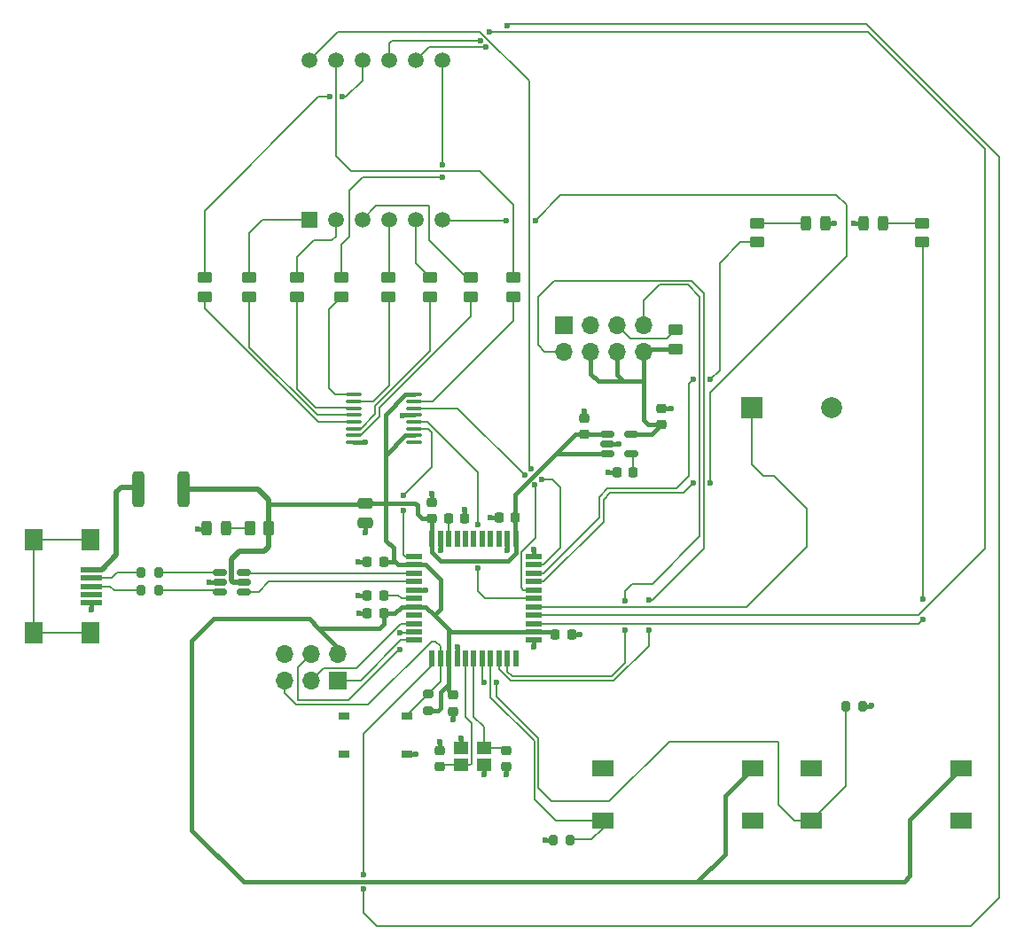
<source format=gbr>
%TF.GenerationSoftware,KiCad,Pcbnew,7.0.1*%
%TF.CreationDate,2023-04-20T18:42:27-06:00*%
%TF.ProjectId,Phase_B_Prototype,50686173-655f-4425-9f50-726f746f7479,rev?*%
%TF.SameCoordinates,Original*%
%TF.FileFunction,Copper,L1,Top*%
%TF.FilePolarity,Positive*%
%FSLAX46Y46*%
G04 Gerber Fmt 4.6, Leading zero omitted, Abs format (unit mm)*
G04 Created by KiCad (PCBNEW 7.0.1) date 2023-04-20 18:42:27*
%MOMM*%
%LPD*%
G01*
G04 APERTURE LIST*
G04 Aperture macros list*
%AMRoundRect*
0 Rectangle with rounded corners*
0 $1 Rounding radius*
0 $2 $3 $4 $5 $6 $7 $8 $9 X,Y pos of 4 corners*
0 Add a 4 corners polygon primitive as box body*
4,1,4,$2,$3,$4,$5,$6,$7,$8,$9,$2,$3,0*
0 Add four circle primitives for the rounded corners*
1,1,$1+$1,$2,$3*
1,1,$1+$1,$4,$5*
1,1,$1+$1,$6,$7*
1,1,$1+$1,$8,$9*
0 Add four rect primitives between the rounded corners*
20,1,$1+$1,$2,$3,$4,$5,0*
20,1,$1+$1,$4,$5,$6,$7,0*
20,1,$1+$1,$6,$7,$8,$9,0*
20,1,$1+$1,$8,$9,$2,$3,0*%
G04 Aperture macros list end*
%TA.AperFunction,ComponentPad*%
%ADD10R,1.500000X1.500000*%
%TD*%
%TA.AperFunction,ComponentPad*%
%ADD11C,1.500000*%
%TD*%
%TA.AperFunction,SMDPad,CuDef*%
%ADD12RoundRect,0.250000X-0.450000X0.262500X-0.450000X-0.262500X0.450000X-0.262500X0.450000X0.262500X0*%
%TD*%
%TA.AperFunction,SMDPad,CuDef*%
%ADD13R,1.000000X0.700000*%
%TD*%
%TA.AperFunction,SMDPad,CuDef*%
%ADD14RoundRect,0.250000X0.450000X-0.262500X0.450000X0.262500X-0.450000X0.262500X-0.450000X-0.262500X0*%
%TD*%
%TA.AperFunction,SMDPad,CuDef*%
%ADD15RoundRect,0.225000X-0.250000X0.225000X-0.250000X-0.225000X0.250000X-0.225000X0.250000X0.225000X0*%
%TD*%
%TA.AperFunction,SMDPad,CuDef*%
%ADD16R,1.400000X1.200000*%
%TD*%
%TA.AperFunction,SMDPad,CuDef*%
%ADD17RoundRect,0.250000X0.262500X0.450000X-0.262500X0.450000X-0.262500X-0.450000X0.262500X-0.450000X0*%
%TD*%
%TA.AperFunction,SMDPad,CuDef*%
%ADD18RoundRect,0.250000X-0.312500X-1.450000X0.312500X-1.450000X0.312500X1.450000X-0.312500X1.450000X0*%
%TD*%
%TA.AperFunction,SMDPad,CuDef*%
%ADD19RoundRect,0.150000X-0.512500X-0.150000X0.512500X-0.150000X0.512500X0.150000X-0.512500X0.150000X0*%
%TD*%
%TA.AperFunction,SMDPad,CuDef*%
%ADD20R,2.000000X1.500000*%
%TD*%
%TA.AperFunction,ComponentPad*%
%ADD21R,1.700000X1.700000*%
%TD*%
%TA.AperFunction,ComponentPad*%
%ADD22O,1.700000X1.700000*%
%TD*%
%TA.AperFunction,SMDPad,CuDef*%
%ADD23RoundRect,0.225000X0.225000X0.250000X-0.225000X0.250000X-0.225000X-0.250000X0.225000X-0.250000X0*%
%TD*%
%TA.AperFunction,SMDPad,CuDef*%
%ADD24RoundRect,0.225000X0.250000X-0.225000X0.250000X0.225000X-0.250000X0.225000X-0.250000X-0.225000X0*%
%TD*%
%TA.AperFunction,SMDPad,CuDef*%
%ADD25R,1.500000X0.550000*%
%TD*%
%TA.AperFunction,SMDPad,CuDef*%
%ADD26R,0.550000X1.500000*%
%TD*%
%TA.AperFunction,SMDPad,CuDef*%
%ADD27RoundRect,0.225000X-0.225000X-0.250000X0.225000X-0.250000X0.225000X0.250000X-0.225000X0.250000X0*%
%TD*%
%TA.AperFunction,SMDPad,CuDef*%
%ADD28RoundRect,0.200000X-0.200000X-0.275000X0.200000X-0.275000X0.200000X0.275000X-0.200000X0.275000X0*%
%TD*%
%TA.AperFunction,SMDPad,CuDef*%
%ADD29RoundRect,0.243750X-0.243750X-0.456250X0.243750X-0.456250X0.243750X0.456250X-0.243750X0.456250X0*%
%TD*%
%TA.AperFunction,SMDPad,CuDef*%
%ADD30R,2.000000X0.500000*%
%TD*%
%TA.AperFunction,SMDPad,CuDef*%
%ADD31R,1.700000X2.000000*%
%TD*%
%TA.AperFunction,SMDPad,CuDef*%
%ADD32RoundRect,0.100000X-0.637500X-0.100000X0.637500X-0.100000X0.637500X0.100000X-0.637500X0.100000X0*%
%TD*%
%TA.AperFunction,SMDPad,CuDef*%
%ADD33RoundRect,0.200000X0.200000X0.275000X-0.200000X0.275000X-0.200000X-0.275000X0.200000X-0.275000X0*%
%TD*%
%TA.AperFunction,SMDPad,CuDef*%
%ADD34RoundRect,0.243750X0.243750X0.456250X-0.243750X0.456250X-0.243750X-0.456250X0.243750X-0.456250X0*%
%TD*%
%TA.AperFunction,SMDPad,CuDef*%
%ADD35RoundRect,0.200000X0.275000X-0.200000X0.275000X0.200000X-0.275000X0.200000X-0.275000X-0.200000X0*%
%TD*%
%TA.AperFunction,SMDPad,CuDef*%
%ADD36RoundRect,0.250000X-0.475000X0.250000X-0.475000X-0.250000X0.475000X-0.250000X0.475000X0.250000X0*%
%TD*%
%TA.AperFunction,ComponentPad*%
%ADD37R,2.000000X2.000000*%
%TD*%
%TA.AperFunction,ComponentPad*%
%ADD38C,2.000000*%
%TD*%
%TA.AperFunction,ViaPad*%
%ADD39C,0.600000*%
%TD*%
%TA.AperFunction,Conductor*%
%ADD40C,0.381000*%
%TD*%
%TA.AperFunction,Conductor*%
%ADD41C,0.203200*%
%TD*%
%TA.AperFunction,Conductor*%
%ADD42C,0.508000*%
%TD*%
G04 APERTURE END LIST*
D10*
%TO.P,U1,1,e*%
%TO.N,Net-(U1-e)*%
X132118000Y-59144000D03*
D11*
%TO.P,U1,2,d*%
%TO.N,Net-(U1-d)*%
X134658000Y-59144000D03*
%TO.P,U1,3,DPX*%
%TO.N,Net-(U1-DPX)*%
X137198000Y-59144000D03*
%TO.P,U1,4,c*%
%TO.N,Net-(U1-c)*%
X139738000Y-59144000D03*
%TO.P,U1,5,g*%
%TO.N,Net-(U1-g)*%
X142278000Y-59144000D03*
%TO.P,U1,6,CA4*%
%TO.N,Dig4*%
X144818000Y-59144000D03*
%TO.P,U1,7,b*%
%TO.N,Net-(U1-b)*%
X144818000Y-43904000D03*
%TO.P,U1,8,CA3*%
%TO.N,Dig3*%
X142278000Y-43904000D03*
%TO.P,U1,9,CA2*%
%TO.N,Dig2*%
X139738000Y-43904000D03*
%TO.P,U1,10,f*%
%TO.N,Net-(U1-f)*%
X137198000Y-43904000D03*
%TO.P,U1,11,a*%
%TO.N,Net-(U1-a)*%
X134658000Y-43904000D03*
%TO.P,U1,12,CA1*%
%TO.N,Dig1*%
X132118000Y-43904000D03*
%TD*%
D12*
%TO.P,R17,1*%
%TO.N,Net-(J3-Pin_5)*%
X167106600Y-69648700D03*
%TO.P,R17,2*%
%TO.N,+3V3*%
X167106600Y-71473700D03*
%TD*%
D13*
%TO.P,S3,1*%
%TO.N,GND*%
X141439800Y-110223400D03*
%TO.P,S3,2*%
%TO.N,N/C*%
X135439800Y-110223400D03*
%TO.P,S3,3*%
%TO.N,RST*%
X141439800Y-106523400D03*
%TO.P,S3,4*%
%TO.N,N/C*%
X135439800Y-106523400D03*
%TD*%
D14*
%TO.P,R11,1*%
%TO.N,g*%
X143675000Y-66484600D03*
%TO.P,R11,2*%
%TO.N,Net-(U1-g)*%
X143675000Y-64659600D03*
%TD*%
D15*
%TO.P,C2,1*%
%TO.N,XTAL1*%
X150952200Y-109829000D03*
%TO.P,C2,2*%
%TO.N,GND*%
X150952200Y-111379000D03*
%TD*%
D14*
%TO.P,R12,1*%
%TO.N,dp*%
X147561200Y-66484600D03*
%TO.P,R12,2*%
%TO.N,Net-(U1-DPX)*%
X147561200Y-64659600D03*
%TD*%
D16*
%TO.P,Y1,1,1*%
%TO.N,XTAL1*%
X148796000Y-109613800D03*
%TO.P,Y1,2,2*%
%TO.N,GND*%
X146596000Y-109613800D03*
%TO.P,Y1,3,3*%
%TO.N,XTAL2*%
X146596000Y-111213800D03*
%TO.P,Y1,4,4*%
%TO.N,GND*%
X148796000Y-111213800D03*
%TD*%
D14*
%TO.P,R3,1*%
%TO.N,RED_LED*%
X174863900Y-61297300D03*
%TO.P,R3,2*%
%TO.N,Net-(D1-A)*%
X174863900Y-59472300D03*
%TD*%
D17*
%TO.P,R14,1*%
%TO.N,+5V*%
X128278800Y-88582600D03*
%TO.P,R14,2*%
%TO.N,Net-(D3-A)*%
X126453800Y-88582600D03*
%TD*%
D18*
%TO.P,F1,1*%
%TO.N,Net-(J1-VBUS)*%
X115832700Y-84899600D03*
%TO.P,F1,2*%
%TO.N,+5V*%
X120107700Y-84899600D03*
%TD*%
D19*
%TO.P,U4,1,I/O1*%
%TO.N,USB_CONN_D-*%
X123570400Y-92801000D03*
%TO.P,U4,2,GND*%
%TO.N,GND*%
X123570400Y-93751000D03*
%TO.P,U4,3,I/O2*%
%TO.N,USB_CONN_D+*%
X123570400Y-94701000D03*
%TO.P,U4,4,I/O2*%
%TO.N,USB_D+*%
X125845400Y-94701000D03*
%TO.P,U4,5,VBUS*%
%TO.N,+5V*%
X125845400Y-93751000D03*
%TO.P,U4,6,I/O1*%
%TO.N,USB_D-*%
X125845400Y-92801000D03*
%TD*%
D20*
%TO.P,S1,A1,NO_1*%
%TO.N,unconnected-(S1-NO_1-PadA1)*%
X174434200Y-116573400D03*
%TO.P,S1,B1,NO_2*%
%TO.N,Button_1*%
X160134200Y-116573400D03*
%TO.P,S1,C1,COM_1*%
%TO.N,+5V*%
X174434200Y-111573400D03*
%TO.P,S1,D1,COM_2*%
%TO.N,unconnected-(S1-COM_2-PadD1)*%
X160134200Y-111573400D03*
%TD*%
D14*
%TO.P,R6,1*%
%TO.N,b*%
X135191400Y-66484600D03*
%TO.P,R6,2*%
%TO.N,Net-(U1-b)*%
X135191400Y-64659600D03*
%TD*%
D21*
%TO.P,J3,1,Pin_1*%
%TO.N,GND*%
X156464000Y-69215000D03*
D22*
%TO.P,J3,2,Pin_2*%
%TO.N,TX*%
X156464000Y-71755000D03*
%TO.P,J3,3,Pin_3*%
%TO.N,unconnected-(J3-Pin_3-Pad3)*%
X159004000Y-69215000D03*
%TO.P,J3,4,Pin_4*%
%TO.N,+3V3*%
X159004000Y-71755000D03*
%TO.P,J3,5,Pin_5*%
%TO.N,Net-(J3-Pin_5)*%
X161544000Y-69215000D03*
%TO.P,J3,6,Pin_6*%
%TO.N,+3V3*%
X161544000Y-71755000D03*
%TO.P,J3,7,Pin_7*%
%TO.N,RX*%
X164084000Y-69215000D03*
%TO.P,J3,8,Pin_8*%
%TO.N,+3V3*%
X164084000Y-71755000D03*
%TD*%
D23*
%TO.P,C9,1*%
%TO.N,+5V*%
X139218000Y-96774000D03*
%TO.P,C9,2*%
%TO.N,GND*%
X137668000Y-96774000D03*
%TD*%
D14*
%TO.P,R9,1*%
%TO.N,e*%
X126377600Y-66484600D03*
%TO.P,R9,2*%
%TO.N,Net-(U1-e)*%
X126377600Y-64659600D03*
%TD*%
D24*
%TO.P,C12,1*%
%TO.N,+5V*%
X158369000Y-79654400D03*
%TO.P,C12,2*%
%TO.N,GND*%
X158369000Y-78104400D03*
%TD*%
D25*
%TO.P,U3,1,PE6*%
%TO.N,SH_CP*%
X142140600Y-91313600D03*
%TO.P,U3,2,UVCC*%
%TO.N,+5V*%
X142140600Y-92113600D03*
%TO.P,U3,3,D-*%
%TO.N,USB_D-*%
X142140600Y-92913600D03*
%TO.P,U3,4,D+*%
%TO.N,USB_D+*%
X142140600Y-93713600D03*
%TO.P,U3,5,UGND*%
%TO.N,GND*%
X142140600Y-94513600D03*
%TO.P,U3,6,UCAP*%
%TO.N,/UCAP*%
X142140600Y-95313600D03*
%TO.P,U3,7,VBUS*%
%TO.N,+5V*%
X142140600Y-96113600D03*
%TO.P,U3,8,PB0*%
%TO.N,unconnected-(U3-PB0-Pad8)*%
X142140600Y-96913600D03*
%TO.P,U3,9,PB1*%
%TO.N,SCK*%
X142140600Y-97713600D03*
%TO.P,U3,10,PB2*%
%TO.N,MOSI*%
X142140600Y-98513600D03*
%TO.P,U3,11,PB3*%
%TO.N,MISO*%
X142140600Y-99313600D03*
D26*
%TO.P,U3,12,PB7*%
%TO.N,Dig3*%
X143840600Y-101013600D03*
%TO.P,U3,13,~{RESET}*%
%TO.N,RST*%
X144640600Y-101013600D03*
%TO.P,U3,14,VCC*%
%TO.N,+5V*%
X145440600Y-101013600D03*
%TO.P,U3,15,GND*%
%TO.N,GND*%
X146240600Y-101013600D03*
%TO.P,U3,16,XTAL2*%
%TO.N,XTAL2*%
X147040600Y-101013600D03*
%TO.P,U3,17,XTAL1*%
%TO.N,XTAL1*%
X147840600Y-101013600D03*
%TO.P,U3,18,PD0*%
%TO.N,Button_2*%
X148640600Y-101013600D03*
%TO.P,U3,19,PD1*%
%TO.N,Button_1*%
X149440600Y-101013600D03*
%TO.P,U3,20,PD2*%
%TO.N,TX*%
X150240600Y-101013600D03*
%TO.P,U3,21,PD3*%
%TO.N,RX*%
X151040600Y-101013600D03*
%TO.P,U3,22,PD5*%
%TO.N,unconnected-(U3-PD5-Pad22)*%
X151840600Y-101013600D03*
D25*
%TO.P,U3,23,GND*%
%TO.N,GND*%
X153540600Y-99313600D03*
%TO.P,U3,24,AVCC*%
%TO.N,+5V*%
X153540600Y-98513600D03*
%TO.P,U3,25,PD4*%
%TO.N,GREEN_LED*%
X153540600Y-97713600D03*
%TO.P,U3,26,PD6*%
%TO.N,Dig2*%
X153540600Y-96913600D03*
%TO.P,U3,27,PD7*%
%TO.N,Buzzer*%
X153540600Y-96113600D03*
%TO.P,U3,28,PB4*%
%TO.N,ST_CP*%
X153540600Y-95313600D03*
%TO.P,U3,29,PB5*%
%TO.N,DS*%
X153540600Y-94513600D03*
%TO.P,U3,30,PB6*%
%TO.N,Dig4*%
X153540600Y-93713600D03*
%TO.P,U3,31,PC6*%
%TO.N,RED_LED*%
X153540600Y-92913600D03*
%TO.P,U3,32,PC7*%
%TO.N,Dig1*%
X153540600Y-92113600D03*
%TO.P,U3,33,~{HWB}/PE2*%
%TO.N,GND*%
X153540600Y-91313600D03*
D26*
%TO.P,U3,34,VCC*%
%TO.N,+5V*%
X151840600Y-89613600D03*
%TO.P,U3,35,GND*%
%TO.N,GND*%
X151040600Y-89613600D03*
%TO.P,U3,36,PF7*%
%TO.N,unconnected-(U3-PF7-Pad36)*%
X150240600Y-89613600D03*
%TO.P,U3,37,PF6*%
%TO.N,unconnected-(U3-PF6-Pad37)*%
X149440600Y-89613600D03*
%TO.P,U3,38,PF5*%
%TO.N,unconnected-(U3-PF5-Pad38)*%
X148640600Y-89613600D03*
%TO.P,U3,39,PF4*%
%TO.N,unconnected-(U3-PF4-Pad39)*%
X147840600Y-89613600D03*
%TO.P,U3,40,PF1*%
%TO.N,unconnected-(U3-PF1-Pad40)*%
X147040600Y-89613600D03*
%TO.P,U3,41,PF0*%
%TO.N,unconnected-(U3-PF0-Pad41)*%
X146240600Y-89613600D03*
%TO.P,U3,42,AREF*%
%TO.N,/AREF*%
X145440600Y-89613600D03*
%TO.P,U3,43,GND*%
%TO.N,GND*%
X144640600Y-89613600D03*
%TO.P,U3,44,AVCC*%
%TO.N,+5V*%
X143840600Y-89613600D03*
%TD*%
D27*
%TO.P,C6,1*%
%TO.N,+5V*%
X155625200Y-98780600D03*
%TO.P,C6,2*%
%TO.N,GND*%
X157175200Y-98780600D03*
%TD*%
D28*
%TO.P,R15,1*%
%TO.N,Net-(J1-D+)*%
X116077400Y-94548600D03*
%TO.P,R15,2*%
%TO.N,USB_CONN_D+*%
X117727400Y-94548600D03*
%TD*%
%TO.P,R16,1*%
%TO.N,Net-(J1-D-)*%
X116077400Y-92872200D03*
%TO.P,R16,2*%
%TO.N,USB_CONN_D-*%
X117727400Y-92872200D03*
%TD*%
D14*
%TO.P,R8,1*%
%TO.N,d*%
X130949600Y-66484600D03*
%TO.P,R8,2*%
%TO.N,Net-(U1-d)*%
X130949600Y-64659600D03*
%TD*%
D24*
%TO.P,C14,1*%
%TO.N,+3V3*%
X165735000Y-78689200D03*
%TO.P,C14,2*%
%TO.N,GND*%
X165735000Y-77139200D03*
%TD*%
%TO.P,C5,1*%
%TO.N,+5V*%
X143840200Y-87680800D03*
%TO.P,C5,2*%
%TO.N,GND*%
X143840200Y-86130800D03*
%TD*%
D23*
%TO.P,C13,1*%
%TO.N,Net-(U5-BP)*%
X163068600Y-83235800D03*
%TO.P,C13,2*%
%TO.N,GND*%
X161518600Y-83235800D03*
%TD*%
D24*
%TO.P,C1,1*%
%TO.N,XTAL2*%
X144551400Y-111404400D03*
%TO.P,C1,2*%
%TO.N,GND*%
X144551400Y-109854400D03*
%TD*%
D14*
%TO.P,R10,1*%
%TO.N,f*%
X122110400Y-66484600D03*
%TO.P,R10,2*%
%TO.N,Net-(U1-f)*%
X122110400Y-64659600D03*
%TD*%
%TO.P,R4,1*%
%TO.N,GREEN_LED*%
X190639600Y-61299200D03*
%TO.P,R4,2*%
%TO.N,Net-(D2-A)*%
X190639600Y-59474200D03*
%TD*%
D23*
%TO.P,C3,1*%
%TO.N,+5V*%
X151778000Y-87604600D03*
%TO.P,C3,2*%
%TO.N,GND*%
X150228000Y-87604600D03*
%TD*%
D15*
%TO.P,C7,1*%
%TO.N,+5V*%
X145846800Y-104545800D03*
%TO.P,C7,2*%
%TO.N,GND*%
X145846800Y-106095800D03*
%TD*%
D20*
%TO.P,S2,A1,NO_1*%
%TO.N,unconnected-(S2-NO_1-PadA1)*%
X194398600Y-116522600D03*
%TO.P,S2,B1,NO_2*%
%TO.N,Button_2*%
X180098600Y-116522600D03*
%TO.P,S2,C1,COM_1*%
%TO.N,+5V*%
X194398600Y-111522600D03*
%TO.P,S2,D1,COM_2*%
%TO.N,unconnected-(S2-COM_2-PadD1)*%
X180098600Y-111522600D03*
%TD*%
D23*
%TO.P,C11,1*%
%TO.N,/UCAP*%
X139218000Y-95046800D03*
%TO.P,C11,2*%
%TO.N,GND*%
X137668000Y-95046800D03*
%TD*%
D29*
%TO.P,D2,1,K*%
%TO.N,GND*%
X185028500Y-59470400D03*
%TO.P,D2,2,A*%
%TO.N,Net-(D2-A)*%
X186903500Y-59470400D03*
%TD*%
D14*
%TO.P,R7,1*%
%TO.N,c*%
X139712600Y-66484600D03*
%TO.P,R7,2*%
%TO.N,Net-(U1-c)*%
X139712600Y-64659600D03*
%TD*%
D23*
%TO.P,C8,1*%
%TO.N,+5V*%
X139217400Y-91846400D03*
%TO.P,C8,2*%
%TO.N,GND*%
X137667400Y-91846400D03*
%TD*%
D14*
%TO.P,R5,1*%
%TO.N,a*%
X151574400Y-66484600D03*
%TO.P,R5,2*%
%TO.N,Net-(U1-a)*%
X151574400Y-64659600D03*
%TD*%
D30*
%TO.P,J1,1,VBUS*%
%TO.N,Net-(J1-VBUS)*%
X111323000Y-92555000D03*
%TO.P,J1,2,D-*%
%TO.N,Net-(J1-D-)*%
X111323000Y-93355000D03*
%TO.P,J1,3,D+*%
%TO.N,Net-(J1-D+)*%
X111323000Y-94155000D03*
%TO.P,J1,4,ID*%
%TO.N,unconnected-(J1-ID-Pad4)*%
X111323000Y-94955000D03*
%TO.P,J1,5,GND*%
%TO.N,GND*%
X111323000Y-95755000D03*
D31*
%TO.P,J1,6,Shield*%
%TO.N,unconnected-(J1-Shield-Pad6)*%
X111223000Y-89705000D03*
X105773000Y-89705000D03*
X111223000Y-98605000D03*
X105773000Y-98605000D03*
%TD*%
D29*
%TO.P,D3,1,K*%
%TO.N,GND*%
X122315900Y-88582600D03*
%TO.P,D3,2,A*%
%TO.N,Net-(D3-A)*%
X124190900Y-88582600D03*
%TD*%
D32*
%TO.P,U2,1,QB*%
%TO.N,b*%
X136367500Y-75842800D03*
%TO.P,U2,2,QC*%
%TO.N,c*%
X136367500Y-76492800D03*
%TO.P,U2,3,QD*%
%TO.N,d*%
X136367500Y-77142800D03*
%TO.P,U2,4,QE*%
%TO.N,e*%
X136367500Y-77792800D03*
%TO.P,U2,5,QF*%
%TO.N,f*%
X136367500Y-78442800D03*
%TO.P,U2,6,QG*%
%TO.N,g*%
X136367500Y-79092800D03*
%TO.P,U2,7,QH*%
%TO.N,dp*%
X136367500Y-79742800D03*
%TO.P,U2,8,GND*%
%TO.N,GND*%
X136367500Y-80392800D03*
%TO.P,U2,9,QH'*%
%TO.N,unconnected-(U2-QH'-Pad9)*%
X142092500Y-80392800D03*
%TO.P,U2,10,~{SRCLR}*%
%TO.N,+5V*%
X142092500Y-79742800D03*
%TO.P,U2,11,SRCLK*%
%TO.N,SH_CP*%
X142092500Y-79092800D03*
%TO.P,U2,12,RCLK*%
%TO.N,ST_CP*%
X142092500Y-78442800D03*
%TO.P,U2,13,~{OE}*%
%TO.N,GND*%
X142092500Y-77792800D03*
%TO.P,U2,14,SER*%
%TO.N,DS*%
X142092500Y-77142800D03*
%TO.P,U2,15,QA*%
%TO.N,a*%
X142092500Y-76492800D03*
%TO.P,U2,16,VCC*%
%TO.N,+5V*%
X142092500Y-75842800D03*
%TD*%
D28*
%TO.P,R2,1*%
%TO.N,Button_2*%
X183362600Y-105587800D03*
%TO.P,R2,2*%
%TO.N,GND*%
X185012600Y-105587800D03*
%TD*%
D33*
%TO.P,R1,1*%
%TO.N,Button_1*%
X157047600Y-118376800D03*
%TO.P,R1,2*%
%TO.N,GND*%
X155397600Y-118376800D03*
%TD*%
D19*
%TO.P,U5,1,VIN*%
%TO.N,+5V*%
X160615200Y-79634000D03*
%TO.P,U5,2,GND*%
%TO.N,GND*%
X160615200Y-80584000D03*
%TO.P,U5,3,ON/~{OFF}*%
%TO.N,+5V*%
X160615200Y-81534000D03*
%TO.P,U5,4,BP*%
%TO.N,Net-(U5-BP)*%
X162890200Y-81534000D03*
%TO.P,U5,5,VOUT*%
%TO.N,+3V3*%
X162890200Y-79634000D03*
%TD*%
D34*
%TO.P,D1,1,K*%
%TO.N,GND*%
X181412500Y-59470400D03*
%TO.P,D1,2,A*%
%TO.N,Net-(D1-A)*%
X179537500Y-59470400D03*
%TD*%
D27*
%TO.P,C10,1*%
%TO.N,/AREF*%
X145439800Y-87655400D03*
%TO.P,C10,2*%
%TO.N,GND*%
X146989800Y-87655400D03*
%TD*%
D35*
%TO.P,R13,1*%
%TO.N,+5V*%
X143497200Y-106082200D03*
%TO.P,R13,2*%
%TO.N,RST*%
X143497200Y-104432200D03*
%TD*%
D21*
%TO.P,J2,1,MISO*%
%TO.N,MISO*%
X134886600Y-103136800D03*
D22*
%TO.P,J2,2,VCC*%
%TO.N,+5V*%
X134886600Y-100596800D03*
%TO.P,J2,3,SCK*%
%TO.N,SCK*%
X132346600Y-103136800D03*
%TO.P,J2,4,MOSI*%
%TO.N,MOSI*%
X132346600Y-100596800D03*
%TO.P,J2,5,~{RST}*%
%TO.N,RST*%
X129806600Y-103136800D03*
%TO.P,J2,6,GND*%
%TO.N,GND*%
X129806600Y-100596800D03*
%TD*%
D36*
%TO.P,C4,1*%
%TO.N,+5V*%
X137490200Y-86238000D03*
%TO.P,C4,2*%
%TO.N,GND*%
X137490200Y-88138000D03*
%TD*%
D37*
%TO.P,LS1,1,1*%
%TO.N,Buzzer*%
X174421800Y-77063600D03*
D38*
%TO.P,LS1,2,2*%
%TO.N,GND*%
X182021800Y-77063600D03*
%TD*%
D39*
%TO.N,GND*%
X121475400Y-88658800D03*
X144551400Y-109042200D03*
X111315400Y-96355000D03*
X158369000Y-77393800D03*
X166674800Y-77139800D03*
X149428200Y-87630000D03*
X148846600Y-112179200D03*
X145846800Y-106934000D03*
X185813600Y-105549800D03*
X184162600Y-59470400D03*
X182257600Y-59470400D03*
X154622400Y-118376800D03*
X146586000Y-108674000D03*
X137490200Y-89016600D03*
X122542200Y-93738800D03*
X141008000Y-77813000D03*
X150952200Y-112166400D03*
X153555600Y-99936400D03*
X161663300Y-80581000D03*
X146240400Y-99911000D03*
X137452000Y-80403800D03*
X142294100Y-110217200D03*
X136855200Y-96774000D03*
X153555600Y-90665400D03*
X146989800Y-86842600D03*
X144640200Y-90716200D03*
X143865600Y-85318600D03*
X160705800Y-83235800D03*
X143243200Y-94551600D03*
X151041000Y-90716200D03*
X136804400Y-95046800D03*
X157988000Y-98780600D03*
X136829200Y-91846400D03*
%TO.N,Button_2*%
X150041700Y-103314600D03*
X148839500Y-103314600D03*
%TO.N,RED_LED*%
X170425500Y-74422000D03*
X168783000Y-74422000D03*
%TO.N,GREEN_LED*%
X190766600Y-95415200D03*
X190759842Y-97288042D03*
%TO.N,Net-(U1-b)*%
X144818000Y-55096900D03*
X144818000Y-53894700D03*
%TO.N,Net-(U1-f)*%
X135259100Y-47409200D03*
X134056900Y-47409200D03*
%TO.N,Dig4*%
X168820100Y-84277200D03*
X170434000Y-84277200D03*
X153698881Y-59194800D03*
X150973300Y-59194800D03*
%TO.N,Dig3*%
X137299600Y-121725400D03*
X149009591Y-42595676D03*
X151006645Y-40585100D03*
X137299600Y-123105400D03*
%TO.N,Dig2*%
X149294342Y-41180258D03*
X148444258Y-42030342D03*
%TO.N,Dig1*%
X153308996Y-82900396D03*
X154343000Y-83934400D03*
%TO.N,SH_CP*%
X141109600Y-85505000D03*
X141109600Y-86885000D03*
%TO.N,ST_CP*%
X148209000Y-88265000D03*
X148209000Y-92447600D03*
%TO.N,DS*%
X152686696Y-83522696D03*
X153662504Y-84498504D03*
%TO.N,MOSI*%
X140798042Y-98634242D03*
X140759942Y-100247142D03*
%TO.N,TX*%
X164528400Y-95491400D03*
X164528400Y-98314700D03*
%TO.N,RX*%
X162318600Y-95512500D03*
X162318600Y-98314700D03*
%TD*%
D40*
%TO.N,GND*%
X136855200Y-96774000D02*
X137668000Y-96774000D01*
X146240400Y-101013400D02*
X146240600Y-101013600D01*
X136829200Y-91846400D02*
X137667400Y-91846400D01*
X143865600Y-85318600D02*
X143865600Y-86105400D01*
X161663300Y-80581000D02*
X160618200Y-80581000D01*
X123558200Y-93738800D02*
X123570400Y-93751000D01*
X146240400Y-99911000D02*
X146240400Y-101013400D01*
X158369000Y-77393800D02*
X158369000Y-78206000D01*
X157175200Y-98780600D02*
X157988000Y-98780600D01*
X111323000Y-96347400D02*
X111315400Y-96355000D01*
X144640600Y-89613600D02*
X144640600Y-90715800D01*
X136804400Y-95046800D02*
X137668000Y-95046800D01*
X144551400Y-109042200D02*
X144551400Y-109854400D01*
X181412500Y-59470400D02*
X182257600Y-59470400D01*
X136378500Y-80403800D02*
X136367500Y-80392800D01*
X160618200Y-80581000D02*
X160615200Y-80584000D01*
X142140600Y-94513600D02*
X143205200Y-94513600D01*
X146989800Y-86842600D02*
X146989800Y-87655400D01*
X143865600Y-86105400D02*
X143840200Y-86130800D01*
X121475400Y-88658800D02*
X122239700Y-88658800D01*
X149428200Y-87630000D02*
X150202600Y-87630000D01*
X141439800Y-110223400D02*
X142287900Y-110223400D01*
X143205200Y-94513600D02*
X143243200Y-94551600D01*
X150952200Y-112166400D02*
X150952200Y-111379000D01*
X137490200Y-89016600D02*
X137490200Y-88138000D01*
X150202600Y-87630000D02*
X150228000Y-87604600D01*
X165735000Y-77139200D02*
X166674200Y-77139200D01*
X145846800Y-106934000D02*
X145846800Y-106095800D01*
X184162600Y-59470400D02*
X185028500Y-59470400D01*
X122239700Y-88658800D02*
X122315900Y-88582600D01*
X185012600Y-105587800D02*
X185775600Y-105587800D01*
X146596000Y-109613800D02*
X146596000Y-108684000D01*
X185775600Y-105587800D02*
X185813600Y-105549800D01*
X166674200Y-77139200D02*
X166674800Y-77139800D01*
X151040600Y-90715800D02*
X151041000Y-90716200D01*
X155397600Y-118376800D02*
X154622400Y-118376800D01*
X142092500Y-77792800D02*
X141028200Y-77792800D01*
X146596000Y-108684000D02*
X146586000Y-108674000D01*
X151040600Y-89613600D02*
X151040600Y-90715800D01*
X153540600Y-91313600D02*
X153540600Y-90680400D01*
X153540600Y-99921400D02*
X153555600Y-99936400D01*
X148796000Y-111213800D02*
X148796000Y-112128600D01*
X153540600Y-90680400D02*
X153555600Y-90665400D01*
X141028200Y-77792800D02*
X141008000Y-77813000D01*
X111323000Y-95755000D02*
X111323000Y-96347400D01*
X148796000Y-112128600D02*
X148846600Y-112179200D01*
X153540600Y-99313600D02*
X153540600Y-99921400D01*
X122542200Y-93738800D02*
X123558200Y-93738800D01*
X144640600Y-90715800D02*
X144640200Y-90716200D01*
X160705800Y-83235800D02*
X161518600Y-83235800D01*
X137452000Y-80403800D02*
X136378500Y-80403800D01*
X142287900Y-110223400D02*
X142294100Y-110217200D01*
D41*
%TO.N,Net-(D1-A)*%
X179535600Y-59472300D02*
X179537500Y-59470400D01*
X174863900Y-59472300D02*
X179535600Y-59472300D01*
%TO.N,Net-(D2-A)*%
X190635800Y-59470400D02*
X190639600Y-59474200D01*
X186903500Y-59470400D02*
X190635800Y-59470400D01*
%TO.N,Buzzer*%
X179616000Y-90411400D02*
X179616000Y-86728400D01*
X174421800Y-82524600D02*
X174421800Y-77063600D01*
X179616000Y-86728400D02*
X176466400Y-83578800D01*
X153540600Y-96113600D02*
X173913800Y-96113600D01*
X176466400Y-83578800D02*
X175476000Y-83578800D01*
X175476000Y-83578800D02*
X174421800Y-82524600D01*
X173913800Y-96113600D02*
X179616000Y-90411400D01*
%TO.N,Button_1*%
X160134200Y-116573400D02*
X160134200Y-117335400D01*
X155638400Y-116573400D02*
X153606400Y-114541400D01*
X159105600Y-118364000D02*
X157060400Y-118364000D01*
X160134200Y-117335400D02*
X159105600Y-118364000D01*
X157060400Y-118364000D02*
X157047600Y-118376800D01*
X149440600Y-104762200D02*
X149440600Y-101013600D01*
X153606400Y-108928000D02*
X149440600Y-104762200D01*
X160134200Y-116573400D02*
X155638400Y-116573400D01*
X153606400Y-114541400D02*
X153606400Y-108928000D01*
X157047600Y-118376800D02*
X157060800Y-118363600D01*
%TO.N,Button_2*%
X155282800Y-114719200D02*
X154012800Y-113449200D01*
X183400600Y-105625800D02*
X183362600Y-105587800D01*
X180098600Y-116522600D02*
X183400600Y-113220600D01*
X150041700Y-104677500D02*
X150041700Y-103314600D01*
X180098600Y-116522600D02*
X178422200Y-116522600D01*
X176898200Y-109004200D02*
X166484200Y-109004200D01*
X176898200Y-114998600D02*
X176898200Y-109004200D01*
X154012800Y-108648600D02*
X150041700Y-104677500D01*
X154012800Y-113449200D02*
X154012800Y-108648600D01*
X178422200Y-116522600D02*
X176898200Y-114998600D01*
X160769200Y-114719200D02*
X155282800Y-114719200D01*
X148640600Y-103115700D02*
X148640600Y-101013600D01*
X148839500Y-103314600D02*
X148640600Y-103115700D01*
X166484200Y-109004200D02*
X160769200Y-114719200D01*
X183400600Y-113220600D02*
X183400600Y-105625800D01*
%TO.N,RED_LED*%
X173297100Y-61297300D02*
X174863900Y-61297300D01*
X171323000Y-73524500D02*
X171323000Y-63271400D01*
X159829400Y-87578000D02*
X159829400Y-85610800D01*
X154493800Y-92913600D02*
X159829400Y-87578000D01*
X170425500Y-74422000D02*
X171323000Y-73524500D01*
X168402000Y-74803000D02*
X168783000Y-74422000D01*
X159829400Y-85610800D02*
X160616800Y-84823400D01*
X153540600Y-92913600D02*
X154493800Y-92913600D01*
X168402000Y-83642200D02*
X168402000Y-74803000D01*
X167220800Y-84823400D02*
X168402000Y-83642200D01*
X160616800Y-84823400D02*
X167220800Y-84823400D01*
X171323000Y-63271400D02*
X173297100Y-61297300D01*
%TO.N,GREEN_LED*%
X190334284Y-97713600D02*
X190759842Y-97288042D01*
X190766600Y-95415200D02*
X190766600Y-61426200D01*
X153540600Y-97713600D02*
X190334284Y-97713600D01*
X190766600Y-61426200D02*
X190639600Y-61299200D01*
%TO.N,a*%
X151574400Y-68770600D02*
X143878200Y-76466800D01*
X143878200Y-76466800D02*
X142118500Y-76466800D01*
X151574400Y-66484600D02*
X151574400Y-68770600D01*
X142118500Y-76466800D02*
X142092500Y-76492800D01*
%TO.N,Net-(U1-a)*%
X151574400Y-64659600D02*
X151574400Y-57670800D01*
X134658000Y-53073400D02*
X134658000Y-43904000D01*
X136080400Y-54495800D02*
X134658000Y-53073400D01*
X151574400Y-57670800D02*
X148399400Y-54495800D01*
X148399400Y-54495800D02*
X136080400Y-54495800D01*
%TO.N,b*%
X133997600Y-67678400D02*
X133997600Y-75222200D01*
X134618200Y-75842800D02*
X136367500Y-75842800D01*
X133997600Y-75222200D02*
X134618200Y-75842800D01*
X135191400Y-66484600D02*
X133997600Y-67678400D01*
%TO.N,Net-(U1-b)*%
X135915400Y-56362600D02*
X137185400Y-55092600D01*
X135191400Y-64659600D02*
X135191400Y-61480800D01*
X135191400Y-61480800D02*
X135915400Y-60756800D01*
X144813700Y-55092600D02*
X144818000Y-55096900D01*
X135915400Y-60756800D02*
X135915400Y-56362600D01*
X144818000Y-53894700D02*
X144818000Y-43904000D01*
X137185400Y-55092600D02*
X144813700Y-55092600D01*
%TO.N,c*%
X136367500Y-76492800D02*
X138238800Y-76492800D01*
X139738000Y-66510000D02*
X139712600Y-66484600D01*
X139738000Y-74993600D02*
X139738000Y-66510000D01*
X138238800Y-76492800D02*
X139738000Y-74993600D01*
%TO.N,Net-(U1-c)*%
X139712600Y-64659600D02*
X139738000Y-64634200D01*
X139738000Y-64634200D02*
X139738000Y-59144000D01*
%TO.N,d*%
X132727600Y-77076400D02*
X136301100Y-77076400D01*
X136301100Y-77076400D02*
X136367500Y-77142800D01*
X130949600Y-75298400D02*
X132727600Y-77076400D01*
X130949600Y-66484600D02*
X130949600Y-75298400D01*
%TO.N,Net-(U1-d)*%
X134277000Y-61099800D02*
X134658000Y-60718800D01*
X130949600Y-64659600D02*
X130949600Y-62725400D01*
X134658000Y-60718800D02*
X134658000Y-59144000D01*
X130949600Y-62725400D02*
X132575200Y-61099800D01*
X132575200Y-61099800D02*
X134277000Y-61099800D01*
%TO.N,e*%
X126377600Y-66484600D02*
X126377600Y-71296610D01*
X132873790Y-77792800D02*
X136367500Y-77792800D01*
X126377600Y-71296610D02*
X132873790Y-77792800D01*
%TO.N,Net-(U1-e)*%
X126377600Y-60439400D02*
X127673000Y-59144000D01*
X126377600Y-64659600D02*
X126377600Y-60439400D01*
X127673000Y-59144000D02*
X132118000Y-59144000D01*
%TO.N,f*%
X122110400Y-67599620D02*
X132953580Y-78442800D01*
X122110400Y-66484600D02*
X122110400Y-67599620D01*
X132953580Y-78442800D02*
X136367500Y-78442800D01*
%TO.N,Net-(U1-f)*%
X135259100Y-47409200D02*
X135648600Y-47409200D01*
X135648600Y-47409200D02*
X137198000Y-45859800D01*
X132984800Y-47406000D02*
X134053700Y-47406000D01*
X134053700Y-47406000D02*
X134056900Y-47409200D01*
X132905400Y-47485400D02*
X132984800Y-47406000D01*
X122110400Y-64659600D02*
X122110400Y-58280400D01*
X122110400Y-58280400D02*
X132905400Y-47485400D01*
X137198000Y-45859800D02*
X137198000Y-43904000D01*
%TO.N,g*%
X137022948Y-79092800D02*
X136367500Y-79092800D01*
X138404600Y-77711148D02*
X137022948Y-79092800D01*
X143675000Y-71666200D02*
X143675000Y-66484600D01*
X138404600Y-76936600D02*
X143675000Y-71666200D01*
X138404600Y-77711148D02*
X138404600Y-76936600D01*
%TO.N,Net-(U1-g)*%
X142278000Y-63262600D02*
X142278000Y-59144000D01*
X143675000Y-64659600D02*
X142278000Y-63262600D01*
%TO.N,dp*%
X136367500Y-79742800D02*
X137022948Y-79742800D01*
X138811000Y-77954748D02*
X138811000Y-77100410D01*
X138811000Y-77100410D02*
X147561200Y-68350210D01*
X137022948Y-79742800D02*
X138811000Y-77954748D01*
X147561200Y-68350210D02*
X147561200Y-66484600D01*
%TO.N,Net-(U1-DPX)*%
X147561200Y-64659600D02*
X147133200Y-64659600D01*
X147133200Y-64659600D02*
X143573400Y-61099800D01*
X143573400Y-57899400D02*
X143497200Y-57823200D01*
X143573400Y-61099800D02*
X143573400Y-57899400D01*
X138518800Y-57823200D02*
X137198000Y-59144000D01*
X143497200Y-57823200D02*
X138518800Y-57823200D01*
D40*
%TO.N,+5V*%
X142140600Y-92113600D02*
X143271600Y-92113600D01*
X144653000Y-104292600D02*
X145440600Y-103505000D01*
X144691000Y-93533000D02*
X144691000Y-96304200D01*
D42*
X128257200Y-88604200D02*
X128278800Y-88582600D01*
D40*
X134886600Y-100012400D02*
X134886600Y-100596800D01*
X143840200Y-87680800D02*
X142900400Y-87680800D01*
X142140600Y-96113600D02*
X140970000Y-96113600D01*
X145440600Y-98282600D02*
X145440600Y-101013600D01*
D42*
X120107700Y-84899600D02*
X127241200Y-84899600D01*
D40*
X158369000Y-79654400D02*
X157530800Y-79654400D01*
X142468600Y-86436200D02*
X142227400Y-86195000D01*
X143271600Y-96113600D02*
X144089300Y-96931300D01*
X171869000Y-114138600D02*
X174434200Y-111573400D01*
X120904000Y-99339400D02*
X122961400Y-97282000D01*
X155358200Y-98513600D02*
X153540600Y-98513600D01*
X139420600Y-81633528D02*
X139420600Y-86195000D01*
X140309600Y-96774000D02*
X139218000Y-96774000D01*
X169176600Y-122415400D02*
X171869000Y-119723000D01*
X139420600Y-86195000D02*
X139420600Y-89763600D01*
X140970000Y-96113600D02*
X140309600Y-96774000D01*
X133007100Y-98132900D02*
X134886600Y-100012400D01*
D42*
X124865800Y-93751000D02*
X124701200Y-93586400D01*
D40*
X142900400Y-87680800D02*
X142468600Y-87249000D01*
X133007100Y-98132900D02*
X138823700Y-98132900D01*
X140131800Y-91846400D02*
X139217400Y-91846400D01*
X144387200Y-106082200D02*
X144653000Y-105816400D01*
X139420600Y-77733528D02*
X139420600Y-81633528D01*
D42*
X128257200Y-90360600D02*
X128257200Y-88604200D01*
D40*
X155625200Y-98780600D02*
X155358200Y-98513600D01*
X140335000Y-91846400D02*
X140131800Y-91846400D01*
X151066400Y-91757600D02*
X151840600Y-90983400D01*
D42*
X124701200Y-91554400D02*
X125463200Y-90792400D01*
D40*
X145440600Y-103505000D02*
X145440600Y-104139600D01*
X171869000Y-119723000D02*
X171869000Y-114138600D01*
D42*
X125463200Y-90792400D02*
X127825400Y-90792400D01*
D40*
X194398600Y-111522600D02*
X189496600Y-116424600D01*
X142468600Y-87249000D02*
X142468600Y-86436200D01*
X142227400Y-86195000D02*
X139420600Y-86195000D01*
X143271600Y-92113600D02*
X144691000Y-93533000D01*
X151778000Y-87604600D02*
X151778000Y-89551000D01*
D42*
X127825400Y-90792400D02*
X128257200Y-90360600D01*
D40*
X153540600Y-98513600D02*
X145671600Y-98513600D01*
X145671600Y-98513600D02*
X145440600Y-98282600D01*
X151840600Y-90983400D02*
X151840600Y-89613600D01*
X189496600Y-121831200D02*
X188912400Y-122415400D01*
D42*
X128278800Y-88582600D02*
X128278800Y-86309200D01*
X128278800Y-86309200D02*
X128278800Y-85937200D01*
D40*
X144653000Y-105816400D02*
X144653000Y-104292600D01*
X141311328Y-79742800D02*
X139420600Y-81633528D01*
X142140600Y-96113600D02*
X143271600Y-96113600D01*
X143840200Y-87680800D02*
X143840200Y-89613200D01*
X160615200Y-81534000D02*
X155651200Y-81534000D01*
X143840600Y-90893115D02*
X144705085Y-91757600D01*
X132156200Y-97282000D02*
X133007100Y-98132900D01*
X141311328Y-75842800D02*
X139420600Y-77733528D01*
X169176600Y-122415400D02*
X125844200Y-122415400D01*
X145440600Y-104139600D02*
X145846800Y-104545800D01*
D42*
X128278800Y-85937200D02*
X127241200Y-84899600D01*
D40*
X145440600Y-101013600D02*
X145440600Y-103505000D01*
X140602200Y-92113600D02*
X140335000Y-91846400D01*
X139217400Y-97739200D02*
X139217400Y-96774600D01*
X139420600Y-86195000D02*
X137533200Y-86195000D01*
X144691000Y-96304200D02*
X144089300Y-96905900D01*
X137419000Y-86309200D02*
X128278800Y-86309200D01*
X125844200Y-122415400D02*
X120904000Y-117475200D01*
X151778000Y-85407200D02*
X151778000Y-87604600D01*
X139420600Y-89763600D02*
X140157200Y-90500200D01*
X144089300Y-96905900D02*
X144089300Y-96931300D01*
X144089300Y-96931300D02*
X145440600Y-98282600D01*
X142092500Y-75842800D02*
X141311328Y-75842800D01*
X158369000Y-79654400D02*
X160594800Y-79654400D01*
X138823700Y-98132900D02*
X139217400Y-97739200D01*
X189496600Y-116424600D02*
X189496600Y-121831200D01*
X142140600Y-92113600D02*
X140602200Y-92113600D01*
X188912400Y-122415400D02*
X169176600Y-122415400D01*
X140157200Y-91821000D02*
X140131800Y-91846400D01*
X155651200Y-81534000D02*
X151778000Y-85407200D01*
X143497200Y-106082200D02*
X144387200Y-106082200D01*
X122961400Y-97282000D02*
X132156200Y-97282000D01*
X120904000Y-117475200D02*
X120904000Y-99339400D01*
D42*
X125845400Y-93751000D02*
X124865800Y-93751000D01*
D40*
X160594800Y-79654400D02*
X160615200Y-79634000D01*
D42*
X124701200Y-93586400D02*
X124701200Y-91554400D01*
D40*
X157530800Y-79654400D02*
X155651200Y-81534000D01*
X142092500Y-79742800D02*
X141311328Y-79742800D01*
X143840200Y-89613200D02*
X143840600Y-89613600D01*
X144705085Y-91757600D02*
X151066400Y-91757600D01*
X139217400Y-96774600D02*
X139218000Y-96774000D01*
X143840600Y-89613600D02*
X143840600Y-90893115D01*
X140157200Y-90500200D02*
X140157200Y-91821000D01*
D41*
%TO.N,Dig4*%
X144868800Y-59194800D02*
X144818000Y-59144000D01*
X160232600Y-85864800D02*
X160870800Y-85226600D01*
X183426000Y-57721600D02*
X182460800Y-56756400D01*
X156137281Y-56756400D02*
X153698881Y-59194800D01*
X154493800Y-93713600D02*
X160232600Y-87974800D01*
X153540600Y-93713600D02*
X154493800Y-93713600D01*
X167387811Y-85226600D02*
X167870700Y-85226600D01*
X160870800Y-85226600D02*
X167387811Y-85226600D01*
X150973300Y-59194800D02*
X144868800Y-59194800D01*
X183426000Y-62649200D02*
X183426000Y-57721600D01*
X167870700Y-85226600D02*
X168820100Y-84277200D01*
X170434000Y-84277200D02*
X170434000Y-75641200D01*
X160232600Y-87974800D02*
X160232600Y-85864800D01*
X182460800Y-56756400D02*
X156137281Y-56756400D01*
X170434000Y-75641200D02*
X183426000Y-62649200D01*
%TO.N,Dig3*%
X137883800Y-107658000D02*
X137299600Y-108242200D01*
X137299600Y-123105400D02*
X137299600Y-125361600D01*
X143840600Y-101701200D02*
X137883800Y-107658000D01*
X148973325Y-42631942D02*
X143550058Y-42631942D01*
X151142145Y-40449600D02*
X151006645Y-40585100D01*
X197980200Y-123939400D02*
X197980200Y-53112790D01*
X197980200Y-53112790D02*
X185317010Y-40449600D01*
X143550058Y-42631942D02*
X142278000Y-43904000D01*
X149009591Y-42595676D02*
X148973325Y-42631942D01*
X185317010Y-40449600D02*
X151142145Y-40449600D01*
X138582400Y-126644400D02*
X195275200Y-126644400D01*
X137299600Y-125361600D02*
X138582400Y-126644400D01*
X143840600Y-101013600D02*
X143840600Y-101701200D01*
X195275200Y-126644400D02*
X197980200Y-123939400D01*
X137299600Y-108242200D02*
X137299600Y-121725400D01*
%TO.N,Dig2*%
X153540600Y-96913600D02*
X190284200Y-96913600D01*
X150660000Y-41186200D02*
X149300284Y-41186200D01*
X196684800Y-52387600D02*
X185483400Y-41186200D01*
X139986058Y-42030342D02*
X139738000Y-42278400D01*
X149300284Y-41186200D02*
X149294342Y-41180258D01*
X185483400Y-41186200D02*
X150660000Y-41186200D01*
X139738000Y-42278400D02*
X139738000Y-43904000D01*
X148444258Y-42030342D02*
X139986058Y-42030342D01*
X196684800Y-90513000D02*
X196684800Y-52387600D01*
X190284200Y-96913600D02*
X196684800Y-90513000D01*
%TO.N,Dig1*%
X153097781Y-45833781D02*
X148424800Y-41160800D01*
X134861200Y-41160800D02*
X132118000Y-43904000D01*
X148424800Y-41160800D02*
X134861200Y-41160800D01*
X154493800Y-92113600D02*
X156121000Y-90486400D01*
X156121000Y-84747200D02*
X155308200Y-83934400D01*
X155308200Y-83934400D02*
X154343000Y-83934400D01*
X153097781Y-82689181D02*
X153097781Y-45833781D01*
X153540600Y-92113600D02*
X154493800Y-92113600D01*
X153308996Y-82900396D02*
X153097781Y-82689181D01*
X156121000Y-90486400D02*
X156121000Y-84747200D01*
%TO.N,SH_CP*%
X141109600Y-91173400D02*
X141249800Y-91313600D01*
X142092500Y-79092800D02*
X142747948Y-79092800D01*
X143446400Y-79083000D02*
X143852800Y-79489400D01*
X141109600Y-86885000D02*
X141109600Y-91173400D01*
X143852800Y-80048200D02*
X143852800Y-82761800D01*
X143852800Y-82761800D02*
X141109600Y-85505000D01*
X142757748Y-79083000D02*
X143446400Y-79083000D01*
X142747948Y-79092800D02*
X142757748Y-79083000D01*
X143852800Y-79489400D02*
X143852800Y-80048200D01*
X141249800Y-91313600D02*
X142140600Y-91313600D01*
%TO.N,ST_CP*%
X148209000Y-92447600D02*
X148209000Y-94589800D01*
X148932800Y-95313600D02*
X153540600Y-95313600D01*
X148209000Y-94589800D02*
X148932800Y-95313600D01*
X148197619Y-88253619D02*
X148209000Y-88265000D01*
X142092500Y-78442800D02*
X143376410Y-78442800D01*
X148197619Y-83264009D02*
X148197619Y-88253619D01*
X143376410Y-78442800D02*
X148197619Y-83264009D01*
%TO.N,DS*%
X146306800Y-77142800D02*
X152686696Y-83522696D01*
X152587400Y-94513600D02*
X153540600Y-94513600D01*
X153725400Y-84561400D02*
X153725400Y-89505000D01*
X152361800Y-90868600D02*
X152361800Y-94288000D01*
X153725400Y-89505000D02*
X152361800Y-90868600D01*
X142092500Y-77142800D02*
X146306800Y-77142800D01*
X153662504Y-84498504D02*
X153725400Y-84561400D01*
X152361800Y-94288000D02*
X152587400Y-94513600D01*
%TO.N,XTAL2*%
X147499200Y-111213800D02*
X147597600Y-111115400D01*
X144742000Y-111213800D02*
X146596000Y-111213800D01*
X147597600Y-107211800D02*
X147040600Y-106654800D01*
X144551400Y-111404400D02*
X144742000Y-111213800D01*
X147040600Y-106654800D02*
X147040600Y-101013600D01*
X146596000Y-111213800D02*
X147499200Y-111213800D01*
X147597600Y-111115400D02*
X147597600Y-107211800D01*
%TO.N,XTAL1*%
X147840600Y-106642000D02*
X148796000Y-107597400D01*
X150952200Y-109829000D02*
X150737000Y-109613800D01*
X148796000Y-107597400D02*
X148796000Y-109613800D01*
X150737000Y-109613800D02*
X148796000Y-109613800D01*
X147840600Y-101013600D02*
X147840600Y-106642000D01*
%TO.N,RST*%
X130909589Y-105470400D02*
X137755600Y-105470400D01*
X144183000Y-99403000D02*
X144640600Y-99860600D01*
X143823000Y-99403000D02*
X144183000Y-99403000D01*
X130909589Y-105470400D02*
X129806600Y-104367411D01*
X141439800Y-106523400D02*
X141439800Y-106489600D01*
X144640600Y-103288800D02*
X144640600Y-101013600D01*
X143497200Y-104432200D02*
X144640600Y-103288800D01*
X141439800Y-106489600D02*
X143497200Y-104432200D01*
X129806600Y-104367411D02*
X129806600Y-103136800D01*
X144640600Y-99860600D02*
X144640600Y-101013600D01*
X137755600Y-105470400D02*
X143823000Y-99403000D01*
%TO.N,/AREF*%
X145439800Y-89612800D02*
X145440600Y-89613600D01*
X145439800Y-87655400D02*
X145439800Y-89612800D01*
%TO.N,/UCAP*%
X142140600Y-95313600D02*
X140906600Y-95313600D01*
X140906600Y-95313600D02*
X140639800Y-95046800D01*
X140639800Y-95046800D02*
X139218000Y-95046800D01*
%TO.N,Net-(U5-BP)*%
X163068600Y-81712400D02*
X162890200Y-81534000D01*
X163068600Y-83235800D02*
X163068600Y-81712400D01*
D40*
%TO.N,+3V3*%
X162890200Y-79634000D02*
X164790200Y-79634000D01*
X164084000Y-78308200D02*
X164084000Y-74549000D01*
X164084000Y-74549000D02*
X164084000Y-71755000D01*
X162153600Y-74549000D02*
X159715200Y-74549000D01*
X164790200Y-79634000D02*
X165735000Y-78689200D01*
X159715200Y-74549000D02*
X159004000Y-73837800D01*
X162153600Y-74549000D02*
X164084000Y-74549000D01*
X167106600Y-71473700D02*
X164365300Y-71473700D01*
X159004000Y-73837800D02*
X159004000Y-71755000D01*
X165735000Y-78689200D02*
X164465000Y-78689200D01*
X164365300Y-71473700D02*
X164084000Y-71755000D01*
X161544000Y-71755000D02*
X161544000Y-73939400D01*
X164465000Y-78689200D02*
X164084000Y-78308200D01*
X161544000Y-73939400D02*
X162153600Y-74549000D01*
D41*
%TO.N,Net-(D3-A)*%
X124190900Y-88582600D02*
X126453800Y-88582600D01*
D42*
%TO.N,Net-(J1-VBUS)*%
X113703000Y-85153600D02*
X114185600Y-84671000D01*
X113703000Y-91148000D02*
X113703000Y-85153600D01*
X115604100Y-84671000D02*
X115832700Y-84899600D01*
X114185600Y-84671000D02*
X115604100Y-84671000D01*
X111323000Y-92555000D02*
X112296000Y-92555000D01*
X112296000Y-92555000D02*
X113703000Y-91148000D01*
D41*
%TO.N,Net-(J1-D-)*%
X113223200Y-93355000D02*
X113728400Y-92849800D01*
X113728400Y-92849800D02*
X116055000Y-92849800D01*
X116055000Y-92849800D02*
X116077400Y-92872200D01*
X111323000Y-93355000D02*
X113223200Y-93355000D01*
%TO.N,Net-(J1-D+)*%
X116055000Y-94526200D02*
X116077400Y-94548600D01*
X113474400Y-94526200D02*
X116055000Y-94526200D01*
X113103200Y-94155000D02*
X113474400Y-94526200D01*
X111323000Y-94155000D02*
X113103200Y-94155000D01*
%TO.N,unconnected-(J1-Shield-Pad6)*%
X111223000Y-89705000D02*
X105773000Y-89705000D01*
X105773000Y-98605000D02*
X111223000Y-98605000D01*
X105773000Y-98605000D02*
X105773000Y-89705000D01*
%TO.N,MISO*%
X137020200Y-103136800D02*
X137020200Y-103136093D01*
X137020200Y-103136800D02*
X136131200Y-103136800D01*
X136131200Y-103136800D02*
X134886600Y-103136800D01*
X137020200Y-103136093D02*
X140842693Y-99313600D01*
X140842693Y-99313600D02*
X142140600Y-99313600D01*
%TO.N,SCK*%
X133498200Y-101985200D02*
X132346600Y-103136800D01*
X140868600Y-97713600D02*
X142140600Y-97713600D01*
X136597000Y-101985200D02*
X140868600Y-97713600D01*
X136597000Y-101985200D02*
X133498200Y-101985200D01*
%TO.N,MOSI*%
X131076600Y-105067200D02*
X131076600Y-101866800D01*
X140759942Y-100247142D02*
X140728600Y-100215800D01*
X140728600Y-100190400D02*
X135851800Y-105067200D01*
X140728600Y-100215800D02*
X140728600Y-100190400D01*
X135851800Y-105067200D02*
X131076600Y-105067200D01*
X131076600Y-101866800D02*
X132346600Y-100596800D01*
X140798042Y-98634242D02*
X142019958Y-98634242D01*
X142019958Y-98634242D02*
X142140600Y-98513600D01*
%TO.N,TX*%
X156464000Y-71755000D02*
X154584400Y-71755000D01*
X164528400Y-99846210D02*
X161190211Y-103184400D01*
X169824400Y-66167000D02*
X169824400Y-90576400D01*
X150240600Y-102093810D02*
X150240600Y-101013600D01*
X153949400Y-71120000D02*
X153949400Y-66497200D01*
X155498800Y-64947800D02*
X168605200Y-64947800D01*
X164528400Y-98314700D02*
X164528400Y-99846210D01*
X154584400Y-71755000D02*
X153949400Y-71120000D01*
X164909400Y-95491400D02*
X164528400Y-95491400D01*
X169824400Y-90576400D02*
X164909400Y-95491400D01*
X151331190Y-103184400D02*
X150240600Y-102093810D01*
X153949400Y-66497200D02*
X155498800Y-64947800D01*
X168605200Y-64947800D02*
X169824400Y-66167000D01*
X161190211Y-103184400D02*
X151331190Y-103184400D01*
%TO.N,Net-(J3-Pin_5)*%
X166268400Y-70485000D02*
X162814000Y-70485000D01*
X167104700Y-69648700D02*
X166268400Y-70485000D01*
X162814000Y-70485000D02*
X161544000Y-69215000D01*
X167106600Y-69648700D02*
X167104700Y-69648700D01*
%TO.N,RX*%
X151040600Y-102323600D02*
X151040600Y-101013600D01*
X169421200Y-89404800D02*
X164896800Y-93929200D01*
X169421200Y-66475000D02*
X169421200Y-89404800D01*
X164896800Y-93929200D02*
X162991800Y-93929200D01*
X165557200Y-65351000D02*
X168297200Y-65351000D01*
X162991800Y-93929200D02*
X162318600Y-94602400D01*
X168297200Y-65351000D02*
X169421200Y-66475000D01*
X162318600Y-98314700D02*
X162318600Y-101485800D01*
X151498200Y-102781200D02*
X151040600Y-102323600D01*
X162318600Y-94602400D02*
X162318600Y-95512500D01*
X164084000Y-66824200D02*
X165557200Y-65351000D01*
X161023200Y-102781200D02*
X151498200Y-102781200D01*
X164084000Y-69215000D02*
X164084000Y-66824200D01*
X162318600Y-101485800D02*
X161023200Y-102781200D01*
%TO.N,USB_CONN_D+*%
X123418000Y-94548600D02*
X123570400Y-94701000D01*
X117727400Y-94548600D02*
X123418000Y-94548600D01*
%TO.N,USB_CONN_D-*%
X123499200Y-92872200D02*
X123570400Y-92801000D01*
X117727400Y-92872200D02*
X123499200Y-92872200D01*
%TO.N,USB_D-*%
X125958000Y-92913600D02*
X142140600Y-92913600D01*
X125845400Y-92801000D02*
X125958000Y-92913600D01*
%TO.N,USB_D+*%
X125845400Y-94701000D02*
X127295000Y-94701000D01*
X128282400Y-93713600D02*
X142140600Y-93713600D01*
X127295000Y-94701000D02*
X128282400Y-93713600D01*
%TD*%
M02*

</source>
